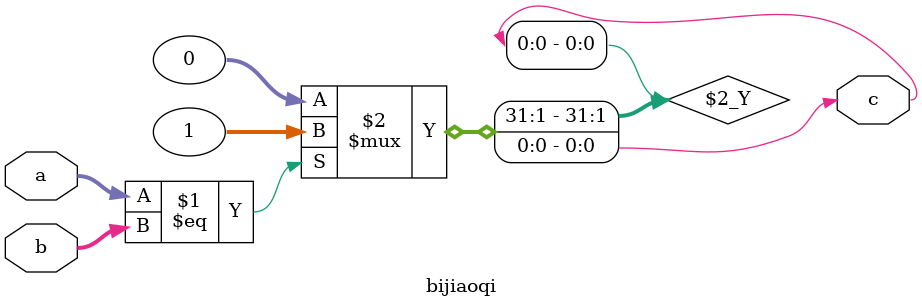
<source format=v>
`timescale 1ns / 1ps
module bijiaoqi(
	 input [31:0] a,
	 input [31:0] b,
	 output c
    );
	 assign c = (a==b)?1:0;


endmodule

</source>
